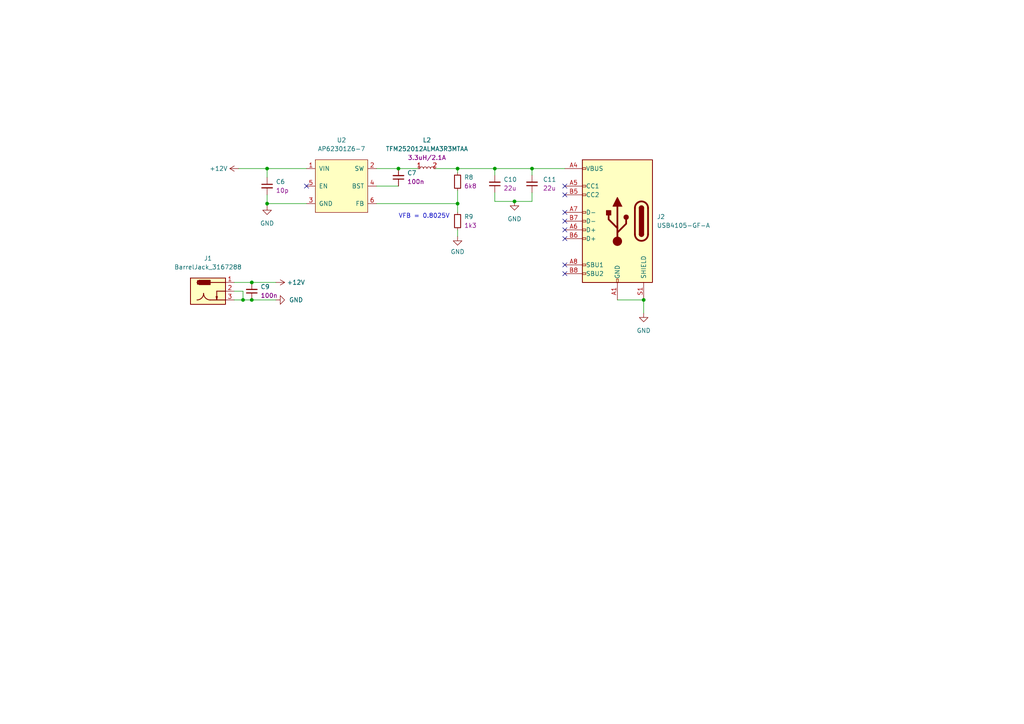
<source format=kicad_sch>
(kicad_sch (version 20211123) (generator eeschema)
  (paper "A4")
  (lib_symbols
    (symbol "antmicroBarrelAudioConnectors:BarrelJack_3167288" (pin_names hide)
      (property "Reference" "J" (at 17.78 -5.08 0))
      (property "Value" "BarrelJack_3167288" (at 17.78 -7.62 0))
      (symbol "BarrelJack_3167288_0_1"
        (polyline (pts (xy 5.08 -5.08) (xy 5.334 -4.064) (xy 4.826 -4.064) (xy 5.08 -5.08)) (fill (type outline)))
      )
      (symbol "BarrelJack_3167288_1_1"
        (polyline (pts (xy 2.54 -5.08) (xy 6.985 -5.08)) (stroke (width 0.254)) (fill (type background)))
        (polyline (pts (xy 2.54 -2.54) (xy 5.08 -2.54)) (stroke (width 0.254)) (fill (type background)))
        (polyline (pts (xy 2.54 0) (xy 6.985 0)) (stroke (width 0.254)) (fill (type background)))
        (polyline (pts (xy 5.08 -2.54) (xy 5.08 -5.08)) (stroke (width 0.254)) (fill (type background)))
        (rectangle (start 2.54 -6.35) (end 12.7 1.27) (stroke (width 0.254)) (fill (type background)))
        (arc (start 6.985 -5.08) (mid 10.237 -6.427) (end 8.89 -3.175) (stroke (width 0.254)))
        (rectangle (start 6.985 0.635) (end 10.16 -0.635) (stroke (width 0.254)) (fill (type outline)))
        (arc (start 8.89 -3.175) (mid 7.543 -6.427) (end 10.795 -5.08) (stroke (width 0.254)))
        (arc (start 10.16 0.635) (mid 9.711 -0.449) (end 10.795 0) (stroke (width 0.254)) (fill (type outline)))
        (arc (start 10.795 0) (mid 9.711 0.449) (end 10.16 -0.635) (stroke (width 0.254)) (fill (type outline)))
        (pin passive line (at 0 0 0) (length 2.54) (name "1") (number "1"))
        (pin passive line (at 0 -2.54 0) (length 2.54) (name "2") (number "2"))
        (pin passive line (at 0 -5.08 0) (length 2.54) (name "3") (number "3"))
      )
    )
    (symbol "antmicroCapacitors0402:C_100n_0402" (pin_numbers hide) (pin_names hide)
      (property "Reference" "C" (at 20.32 -5.08 0))
      (property "Val" "100n" (at 20.32 -7.62 0))
      (symbol "C_100n_0402_0_1"
        (polyline (pts (xy 2.032 -1.524) (xy 2.032 1.524)) (stroke (width 0.3048)))
        (polyline (pts (xy 3.048 -1.524) (xy 3.048 1.524)) (stroke (width 0.3302)))
      )
      (symbol "C_100n_0402_1_1"
        (pin passive line (at 0 0 0) (length 2.032) (name "~") (number "1"))
        (pin passive line (at 5.08 0 180) (length 2.032) (name "~") (number "2"))
      )
    )
    (symbol "antmicroCapacitors0402:C_10p_0402" (pin_numbers hide) (pin_names hide)
      (property "Reference" "C" (at 20.32 -5.08 0))
      (property "Val" "10p" (at 20.32 -7.62 0))
      (symbol "C_10p_0402_0_1"
        (polyline (pts (xy 2.032 -1.524) (xy 2.032 1.524)) (stroke (width 0.3048)))
        (polyline (pts (xy 3.048 -1.524) (xy 3.048 1.524)) (stroke (width 0.3302)))
      )
      (symbol "C_10p_0402_1_1"
        (pin passive line (at 0 0 0) (length 2.032) (name "~") (number "1"))
        (pin passive line (at 5.08 0 180) (length 2.032) (name "~") (number "2"))
      )
    )
    (symbol "antmicroCapacitors0603:C_22u_0603" (pin_numbers hide) (pin_names hide)
      (property "Reference" "C" (at 20.32 -5.08 0))
      (property "Val" "22u" (at 20.32 -7.62 0))
      (symbol "C_22u_0603_0_1"
        (polyline (pts (xy 2.032 -1.524) (xy 2.032 1.524)) (stroke (width 0.3048)))
        (polyline (pts (xy 3.048 -1.524) (xy 3.048 1.524)) (stroke (width 0.3302)))
      )
      (symbol "C_22u_0603_1_1"
        (pin passive line (at 0 0 0) (length 2.032) (name "~") (number "1"))
        (pin passive line (at 5.08 0 180) (length 2.032) (name "~") (number "2"))
      )
    )
    (symbol "antmicroDCDCConverters:AP62301Z6-7" (pin_names (offset 1.016))
      (property "Reference" "U" (at -7.62 8.89 0))
      (property "Value" "AP62301Z6-7" (at -7.62 -8.89 0))
      (symbol "AP62301Z6-7_0_1"
        (rectangle (start -7.62 7.62) (end 7.62 -7.62) (fill (type background)))
      )
      (symbol "AP62301Z6-7_1_1"
        (pin power_in line (at -10.16 5.08 0) (length 2.54) (name "VIN") (number "1"))
        (pin power_out line (at 10.16 5.08 180) (length 2.54) (name "SW") (number "2"))
        (pin power_in line (at -10.16 -5.08 0) (length 2.54) (name "GND") (number "3"))
        (pin output line (at 10.16 0 180) (length 2.54) (name "BST") (number "4"))
        (pin input line (at -10.16 0 0) (length 2.54) (name "EN") (number "5"))
        (pin input line (at 10.16 -5.08 180) (length 2.54) (name "FB") (number "6"))
      )
    )
    (symbol "antmicroFixedInductors:TFM252012ALMA3R3MTAA"
      (property "Reference" "L" (at 0 5.08 0))
      (property "Value" "TFM252012ALMA3R3MTAA" (at 0 -2.54 0))
      (property "VAL" "3.3uH/2.1A" (at 0 2.54 0))
      (symbol "TFM252012ALMA3R3MTAA_0_1"
        (arc (start -1.016 0) (mid -1.524 0.508) (end -2.032 0))
        (arc (start 0 0) (mid -0.508 0.508) (end -1.016 0))
        (arc (start 1.016 0) (mid 0.508 0.508) (end 0 0))
        (arc (start 2.032 0) (mid 1.524 0.508) (end 1.016 0))
      )
      (symbol "TFM252012ALMA3R3MTAA_1_1"
        (pin passive line (at -2.54 0 0) (length 0.508) (name "~") (number "1"))
        (pin passive line (at 2.54 0 180) (length 0.508) (name "~") (number "2"))
      )
    )
    (symbol "antmicroResistors0402:R_1k3_0402" (pin_numbers hide) (pin_names hide)
      (property "Reference" "R" (at 20.32 -5.08 0))
      (property "Val" "1k3" (at 20.32 -7.62 0))
      (symbol "R_1k3_0402_0_1"
        (rectangle (start 0.635 0.889) (end 4.445 -0.889) (stroke (width 0.254)))
      )
      (symbol "R_1k3_0402_1_1"
        (pin passive line (at 0 0 0) (length 0.635) (name "~") (number "1"))
        (pin passive line (at 5.08 0 180) (length 0.635) (name "~") (number "2"))
      )
    )
    (symbol "antmicroResistors0402:R_6k8_0402" (pin_numbers hide) (pin_names hide)
      (property "Reference" "R" (at 20.32 -5.08 0))
      (property "Val" "6k8" (at 20.32 -7.62 0))
      (symbol "R_6k8_0402_0_1"
        (rectangle (start 0.635 0.889) (end 4.445 -0.889) (stroke (width 0.254)))
      )
      (symbol "R_6k8_0402_1_1"
        (pin passive line (at 0 0 0) (length 0.635) (name "~") (number "1"))
        (pin passive line (at 5.08 0 180) (length 0.635) (name "~") (number "2"))
      )
    )
    (symbol "antmicroUSBDVIHDMIConnectors:USB4105-GF-A" (pin_names (offset 1.016))
      (property "Reference" "J" (at 1.27 29.21 0))
      (property "Value" "USB4105-GF-A" (at -16.51 24.13 0))
      (symbol "USB4105-GF-A_1_1"
        (rectangle (start -10.16 17.78) (end 10.16 -17.78) (stroke (width 0.254)) (fill (type background)))
        (arc (start -8.89 -3.81) (mid -6.985 -5.715) (end -5.08 -3.81) (stroke (width 0.508)))
        (arc (start -7.62 -3.81) (mid -6.985 -4.445) (end -6.35 -3.81) (stroke (width 0.254)))
        (arc (start -7.62 -3.81) (mid -6.985 -4.445) (end -6.35 -3.81) (stroke (width 0.254)) (fill (type outline)))
        (rectangle (start -7.62 -3.81) (end -6.35 3.81) (stroke (width 0.254)) (fill (type outline)))
        (arc (start -6.35 3.81) (mid -6.985 4.445) (end -7.62 3.81) (stroke (width 0.254)))
        (arc (start -6.35 3.81) (mid -6.985 4.445) (end -7.62 3.81) (stroke (width 0.254)) (fill (type outline)))
        (arc (start -5.08 3.81) (mid -6.985 5.715) (end -8.89 3.81) (stroke (width 0.508)))
        (circle (center -2.54 1.143) (radius 0.635) (stroke (width 0.254)) (fill (type outline)))
        (rectangle (start -0.254 -17.78) (end 0.254 -16.764))
        (circle (center 0 -5.842) (radius 1.27) (fill (type outline)))
        (polyline (pts (xy -8.89 -3.81) (xy -8.89 3.81)) (stroke (width 0.508)))
        (polyline (pts (xy -5.08 3.81) (xy -5.08 -3.81)) (stroke (width 0.508)))
        (polyline (pts (xy 0 -5.842) (xy 0 4.318)) (stroke (width 0.508)))
        (polyline (pts (xy 0 -3.302) (xy -2.54 -0.762) (xy -2.54 0.508)) (stroke (width 0.508)))
        (polyline (pts (xy 0 -2.032) (xy 2.54 0.508) (xy 2.54 1.778)) (stroke (width 0.508)))
        (polyline (pts (xy -1.27 4.318) (xy 0 6.858) (xy 1.27 4.318) (xy -1.27 4.318)) (stroke (width 0.254)) (fill (type outline)))
        (rectangle (start 1.905 1.778) (end 3.175 3.048) (stroke (width 0.254)) (fill (type outline)))
        (rectangle (start 10.16 -14.986) (end 9.144 -15.494))
        (rectangle (start 10.16 -12.446) (end 9.144 -12.954))
        (rectangle (start 10.16 -4.826) (end 9.144 -5.334))
        (rectangle (start 10.16 -2.286) (end 9.144 -2.794))
        (rectangle (start 10.16 0.254) (end 9.144 -0.254))
        (rectangle (start 10.16 2.794) (end 9.144 2.286))
        (rectangle (start 10.16 7.874) (end 9.144 7.366))
        (rectangle (start 10.16 10.414) (end 9.144 9.906))
        (rectangle (start 10.16 15.494) (end 9.144 14.986))
        (pin passive line (at 0 -22.86 90) (length 5.08) (name "GND") (number "A1"))
        (pin passive line (at 0 -22.86 90) (length 5.08) hide (name "GND") (number "A12"))
        (pin passive line (at 15.24 15.24 180) (length 5.08) (name "VBUS") (number "A4"))
        (pin bidirectional line (at 15.24 10.16 180) (length 5.08) (name "CC1") (number "A5"))
        (pin bidirectional line (at 15.24 -2.54 180) (length 5.08) (name "D+") (number "A6"))
        (pin bidirectional line (at 15.24 2.54 180) (length 5.08) (name "D-") (number "A7"))
        (pin bidirectional line (at 15.24 -12.7 180) (length 5.08) (name "SBU1") (number "A8"))
        (pin passive line (at 15.24 15.24 180) (length 5.08) hide (name "VBUS") (number "A9"))
        (pin passive line (at 0 -22.86 90) (length 5.08) hide (name "GND") (number "B1"))
        (pin passive line (at 0 -22.86 90) (length 5.08) hide (name "GND") (number "B12"))
        (pin passive line (at 15.24 15.24 180) (length 5.08) hide (name "VBUS") (number "B4"))
        (pin bidirectional line (at 15.24 7.62 180) (length 5.08) (name "CC2") (number "B5"))
        (pin bidirectional line (at 15.24 -5.08 180) (length 5.08) (name "D+") (number "B6"))
        (pin bidirectional line (at 15.24 0 180) (length 5.08) (name "D-") (number "B7"))
        (pin bidirectional line (at 15.24 -15.24 180) (length 5.08) (name "SBU2") (number "B8"))
        (pin passive line (at 15.24 15.24 180) (length 5.08) hide (name "VBUS") (number "B9"))
        (pin passive line (at -7.62 -22.86 90) (length 5.08) (name "SHIELD") (number "S1"))
      )
    )
    (symbol "power:+12V" (power) (pin_names (offset 0))
      (property "Value" "+12V" (at 0 3.556 0))
      (symbol "+12V_0_1"
        (polyline (pts (xy -0.762 1.27) (xy 0 2.54)))
        (polyline (pts (xy 0 0) (xy 0 2.54)))
        (polyline (pts (xy 0 2.54) (xy 0.762 1.27)))
      )
      (symbol "+12V_1_1"
        (pin power_in line (at 0 0 90) (length 0) hide (name "+12V") (number "1"))
      )
    )
    (symbol "power:GND" (power) (pin_names (offset 0))
      (property "Value" "GND" (at 0 -3.81 0))
      (symbol "GND_0_1"
        (polyline (pts (xy 0 0) (xy 0 -1.27) (xy 1.27 -1.27) (xy 0 -2.54) (xy -1.27 -1.27) (xy 0 -1.27)))
      )
      (symbol "GND_1_1"
        (pin power_in line (at 0 0 270) (length 0) hide (name "GND") (number "1"))
      )
    )
  )
  (junction (at 73.025 81.915))
  (junction (at 77.47 59.055))
  (junction (at 154.305 48.895))
  (junction (at 143.51 48.895))
  (junction (at 186.69 86.995))
  (junction (at 77.47 48.895))
  (junction (at 70.485 86.995))
  (junction (at 132.715 48.895))
  (junction (at 73.025 86.995))
  (junction (at 115.57 48.895))
  (junction (at 149.225 58.42))
  (junction (at 132.715 59.055))
  (no_connect (at 163.83 66.675))
  (no_connect (at 163.83 79.375))
  (no_connect (at 163.83 69.215))
  (no_connect (at 163.83 76.835))
  (no_connect (at 163.83 61.595))
  (no_connect (at 88.9 53.975))
  (no_connect (at 163.83 56.515))
  (no_connect (at 163.83 64.135))
  (no_connect (at 163.83 53.975))
  (wire (pts (xy 132.715 61.595) (xy 132.715 59.055)))
  (wire (pts (xy 80.01 81.915) (xy 73.025 81.915)))
  (wire (pts (xy 77.47 59.055) (xy 77.47 59.69)))
  (wire (pts (xy 143.51 58.42) (xy 143.51 55.88)))
  (wire (pts (xy 143.51 48.895) (xy 154.305 48.895)))
  (wire (pts (xy 67.945 84.455) (xy 70.485 84.455)))
  (wire (pts (xy 132.715 48.895) (xy 143.51 48.895)))
  (wire (pts (xy 69.215 48.895) (xy 77.47 48.895)))
  (wire (pts (xy 115.57 48.895) (xy 121.285 48.895)))
  (wire (pts (xy 109.22 48.895) (xy 115.57 48.895)))
  (wire (pts (xy 126.365 48.895) (xy 132.715 48.895)))
  (wire (pts (xy 70.485 84.455) (xy 70.485 86.995)))
  (wire (pts (xy 132.715 59.055) (xy 132.715 55.245)))
  (wire (pts (xy 143.51 48.895) (xy 143.51 50.8)))
  (wire (pts (xy 77.47 48.895) (xy 88.9 48.895)))
  (wire (pts (xy 67.945 86.995) (xy 70.485 86.995)))
  (wire (pts (xy 77.47 51.435) (xy 77.47 48.895)))
  (wire (pts (xy 186.69 86.995) (xy 186.69 90.805)))
  (wire (pts (xy 77.47 56.515) (xy 77.47 59.055)))
  (wire (pts (xy 70.485 86.995) (xy 73.025 86.995)))
  (wire (pts (xy 132.715 48.895) (xy 132.715 50.165)))
  (wire (pts (xy 67.945 81.915) (xy 73.025 81.915)))
  (wire (pts (xy 109.22 53.975) (xy 115.57 53.975)))
  (wire (pts (xy 77.47 59.055) (xy 88.9 59.055)))
  (wire (pts (xy 154.305 48.895) (xy 163.83 48.895)))
  (wire (pts (xy 154.305 58.42) (xy 149.225 58.42)))
  (wire (pts (xy 73.025 86.995) (xy 80.01 86.995)))
  (wire (pts (xy 179.07 86.995) (xy 186.69 86.995)))
  (wire (pts (xy 154.305 55.88) (xy 154.305 58.42)))
  (wire (pts (xy 154.305 48.895) (xy 154.305 50.8)))
  (wire (pts (xy 149.225 58.42) (xy 143.51 58.42)))
  (wire (pts (xy 109.22 59.055) (xy 132.715 59.055)))
  (wire (pts (xy 132.715 66.675) (xy 132.715 68.58)))
  (text "VFB = 0.8025V" (at 115.57 63.5 0) (effects (font (size 1.27 1.27)) (justify left bottom)))
  (symbol (lib_id "antmicroResistors0402:R_1k3_0402") (at 132.715 66.675 90) (unit 1)
    (property "Reference" "R9" (at 134.62 62.8649 90) (effects (justify right)))
    (property "Value" "R_1k3_0402" (effects hide))
    (property "Footprint" "antmicro-footprints:R_0402_1005Metric" (effects hide))
    (property "Datasheet" "https://www.bourns.com/docs/product-datasheets/cr.pdf" (effects hide))
    (property "MPN" "CR0402-FX-1301GLF" (effects hide))
    (property "Manufacturer" "Bourns" (effects hide))
    (property "License" "Apache-2.0 License" (effects hide))
    (property "Copyright" "Copyright (c) 2023 Antmicro" (effects hide))
    (property "Val" "1k3" (at 134.62 65.4049 90) (effects (justify right)))
    (property "Tolerance" "1%" (effects hide))
  )
  (symbol (lib_id "antmicroBarrelAudioConnectors:BarrelJack_3167288") (at 67.945 81.915 0) (mirror y) (unit 1)
    (property "Reference" "J1" (at 60.325 74.93 0))
    (property "Value" "BarrelJack_3167288" (at 60.325 77.47 0))
    (property "Footprint" "antmicro-footprints:BarrelJack_3167288_Horizontal" (effects hide))
    (property "Datasheet" "https://www.farnell.com/datasheets/3167288.pdf" (effects hide))
    (property "Manufacturer" "Multicomp" (effects hide))
    (property "MPN" "MJ-179PH" (effects hide))
    (property "Copyright" "Copyright (c) 2023 Antmicro" (effects hide))
    (property "License" "Apache-2.0 License" (effects hide))
  )
  (symbol (lib_id "power:+12V") (at 69.215 48.895 90) (unit 1)
    (property "Reference" "#PWR01" (effects hide))
    (property "Value" "+12V" (at 66.04 48.8949 90) (effects (justify left)))
  )
  (symbol (lib_id "power:GND") (at 80.01 86.995 90) (unit 1)
    (property "Reference" "#PWR04" (effects hide))
    (property "Value" "GND" (at 83.82 86.9949 90) (effects (justify right)))
  )
  (symbol (lib_id "power:GND") (at 186.69 90.805 0) (unit 1)
    (property "Reference" "#PWR07" (effects hide))
    (property "Value" "GND" (at 186.69 95.885 0))
  )
  (symbol (lib_id "power:GND") (at 149.225 58.42 0) (unit 1)
    (property "Reference" "#PWR06" (effects hide))
    (property "Value" "GND" (at 149.225 63.5 0))
  )
  (symbol (lib_id "antmicroResistors0402:R_6k8_0402") (at 132.715 55.245 90) (unit 1)
    (property "Reference" "R8" (at 134.62 51.4349 90) (effects (justify right)))
    (property "Value" "R_6k8_0402" (effects hide))
    (property "Footprint" "antmicro-footprints:0402-res" (effects hide))
    (property "Datasheet" "https://www.bourns.com/docs/product-datasheets/cr.pdf" (effects hide))
    (property "MPN" "CR0402-FX-6801GLF" (effects hide))
    (property "Manufacturer" "Bourns" (effects hide))
    (property "License" "Apache-2.0 License" (effects hide))
    (property "Copyright" "Copyright (c) 2023 Antmicro" (effects hide))
    (property "Val" "6k8" (at 134.62 53.9749 90) (effects (justify right)))
    (property "Tolerance" "1%" (effects hide))
  )
  (symbol (lib_id "antmicroCapacitors0603:C_22u_0603") (at 143.51 55.88 90) (unit 1)
    (property "Reference" "C10" (at 146.05 52.0635 90) (effects (justify right)))
    (property "Value" "C_22u_0603" (effects hide))
    (property "Footprint" "antmicro-footprints:C_0603_1608Metric" (effects hide))
    (property "Datasheet" "template_datasheet" (effects hide))
    (property "MPN" "GRM188R60J226MEA0D" (effects hide))
    (property "Manufacturer" "MURATA" (effects hide))
    (property "License" "Apache-2.0 License" (effects hide))
    (property "Copyright" "Copyright (c) 2023 Antmicro" (effects hide))
    (property "Val" "22u" (at 146.05 54.6035 90) (effects (justify right)))
  )
  (symbol (lib_id "antmicroCapacitors0402:C_100n_0402") (at 115.57 53.975 90) (unit 1)
    (property "Reference" "C7" (at 118.11 50.165 90) (effects (justify right)))
    (property "Value" "C_100n_0402" (effects hide))
    (property "Footprint" "antmicro-footprints:C_0402_1005Metric" (effects hide))
    (property "Datasheet" "https://search.murata.co.jp/Ceramy/image/img/A01X/G101/ENG/GRM155R61H104KE14-01.pdf" (effects hide))
    (property "MPN" "GRM155R61H104KE14D" (effects hide))
    (property "Manufacturer" "Murata" (effects hide))
    (property "License" "Apache-2.0 License" (effects hide))
    (property "Copyright" "Copyright (c) 2023 Antmicro" (effects hide))
    (property "Val" "100n" (at 118.11 52.705 90) (effects (justify right)))
    (property "Voltage" "50V" (effects hide))
    (property "Dielectric" "X5R" (effects hide))
  )
  (symbol (lib_id "power:+12V") (at 80.01 81.915 270) (unit 1)
    (property "Reference" "#PWR03" (effects hide))
    (property "Value" "+12V" (at 83.185 81.9149 90) (effects (justify left)))
  )
  (symbol (lib_id "antmicroUSBDVIHDMIConnectors:USB4105-GF-A") (at 179.07 64.135 0) (mirror y) (unit 1)
    (property "Reference" "J2" (at 190.5 62.8649 0) (effects (justify right)))
    (property "Value" "USB4105-GF-A" (at 190.5 65.4049 0) (effects (justify right)))
    (property "Footprint" "antmicro-footprints:GCT_USB4105-GF-A" (effects hide))
    (property "Datasheet" "https://gct.co/files/drawings/usb4105.pdf" (effects hide))
    (property "Manufacturer" "GCT" (effects hide))
    (property "MPN" "USB4105-GF-A" (effects hide))
  )
  (symbol (lib_id "power:GND") (at 132.715 68.58 0) (unit 1)
    (property "Reference" "#PWR05" (effects hide))
    (property "Value" "GND" (at 132.715 73.025 0))
  )
  (symbol (lib_id "antmicroDCDCConverters:AP62301Z6-7") (at 99.06 53.975 0) (unit 1)
    (property "Reference" "U2" (at 99.06 40.64 0))
    (property "Value" "AP62301Z6-7" (at 99.06 43.18 0))
    (property "Footprint" "antmicro-footprints:SOT-563" (effects hide))
    (property "Datasheet" "https://www.diodes.com/assets/Datasheets/AP62300_AP62301_AP62300T.pdf" (effects hide))
    (property "MPN" "AP62301Z6-7" (effects hide))
    (property "Manufacturer" "Diodes Incorporated" (effects hide))
  )
  (symbol (lib_id "antmicroFixedInductors:TFM252012ALMA3R3MTAA") (at 123.825 48.895 0) (unit 1)
    (property "Reference" "L2" (at 123.825 40.64 0))
    (property "Value" "TFM252012ALMA3R3MTAA" (at 123.825 43.18 0))
    (property "Footprint" "antmicro-footprints:L_1008_2520Metric" (effects hide))
    (property "Datasheet" "https://product.tdk.com/system/files/dam/doc/product/inductor/inductor/smd/catalog/inductor_automotive_power_tfm252012alma_en.pdf" (effects hide))
    (property "MPN" "TFM252012ALMA3R3MTAA" (effects hide))
    (property "Manufacturer" "TDK" (effects hide))
    (property "VAL" "3.3uH/2.1A" (at 123.825 45.72 0))
  )
  (symbol (lib_id "antmicroCapacitors0402:C_100n_0402") (at 73.025 86.995 90) (unit 1)
    (property "Reference" "C9" (at 75.565 83.185 90) (effects (justify right)))
    (property "Value" "C_100n_0402" (effects hide))
    (property "Footprint" "antmicro-footprints:C_0402_1005Metric" (effects hide))
    (property "Datasheet" "https://search.murata.co.jp/Ceramy/image/img/A01X/G101/ENG/GRM155R61H104KE14-01.pdf" (effects hide))
    (property "MPN" "GRM155R61H104KE14D" (effects hide))
    (property "Manufacturer" "Murata" (effects hide))
    (property "License" "Apache-2.0 License" (effects hide))
    (property "Copyright" "Copyright (c) 2023 Antmicro" (effects hide))
    (property "Val" "100n" (at 75.565 85.725 90) (effects (justify right)))
    (property "Voltage" "50V" (effects hide))
    (property "Dielectric" "X5R" (effects hide))
  )
  (symbol (lib_id "antmicroCapacitors0603:C_22u_0603") (at 154.305 55.88 90) (unit 1)
    (property "Reference" "C11" (at 157.48 52.0635 90) (effects (justify right)))
    (property "Value" "C_22u_0603" (effects hide))
    (property "Footprint" "antmicro-footprints:C_0603_1608Metric" (effects hide))
    (property "Datasheet" "template_datasheet" (effects hide))
    (property "MPN" "GRM188R60J226MEA0D" (effects hide))
    (property "Manufacturer" "MURATA" (effects hide))
    (property "License" "Apache-2.0 License" (effects hide))
    (property "Copyright" "Copyright (c) 2023 Antmicro" (effects hide))
    (property "Val" "22u" (at 157.48 54.6035 90) (effects (justify right)))
  )
  (symbol (lib_id "power:GND") (at 77.47 59.69 0) (unit 1)
    (property "Reference" "#PWR02" (effects hide))
    (property "Value" "GND" (at 77.47 64.77 0))
  )
  (symbol (lib_id "antmicroCapacitors0402:C_10p_0402") (at 77.47 51.435 270) (unit 1)
    (property "Reference" "C6" (at 80.01 52.7112 90) (effects (justify left)))
    (property "Value" "C_10p_0402" (effects hide))
    (property "Footprint" "antmicro-footprints:C_0402_1005Metric" (effects hide))
    (property "Datasheet" "https://search.murata.co.jp/Ceramy/image/img/A01X/G101/ENG/GCM1555C1H100GA16-01.pdf" (effects hide))
    (property "MPN" "GCM1555C1H100GA16D" (effects hide))
    (property "Manufacturer" "Murata" (effects hide))
    (property "License" "Apache-2.0 License" (effects hide))
    (property "Copyright" "Copyright (c) 2023 Antmicro" (effects hide))
    (property "Val" "10p" (at 80.01 55.2512 90) (effects (justify left)))
    (property "Voltage" "50V" (effects hide))
    (property "Dielectric" "C0G" (effects hide))
  )
)
</source>
